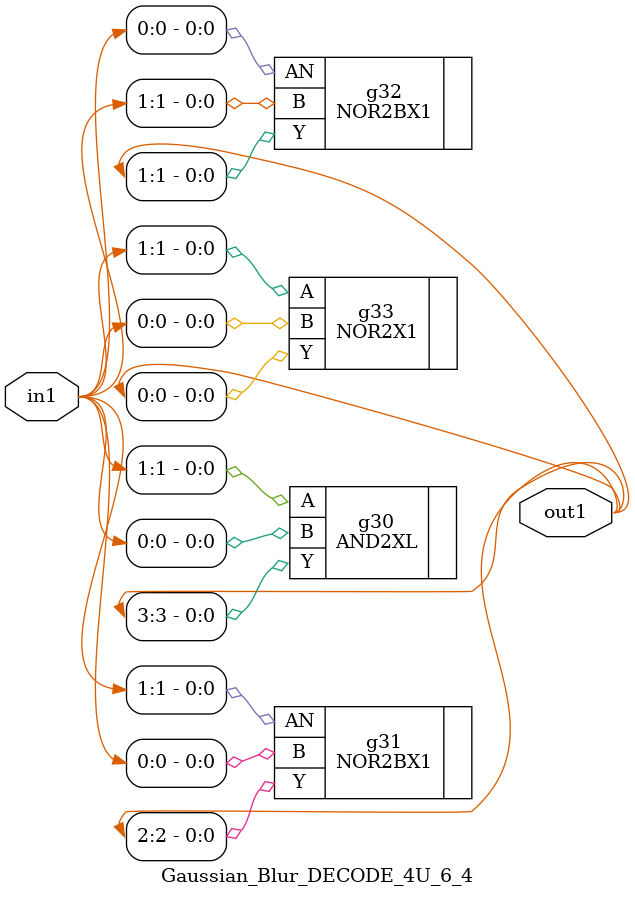
<source format=v>
`timescale 1ps / 1ps


module Gaussian_Blur_DECODE_4U_6_4(in1, out1);
  input [1:0] in1;
  output [3:0] out1;
  wire [1:0] in1;
  wire [3:0] out1;
  AND2XL g30(.A (in1[1]), .B (in1[0]), .Y (out1[3]));
  NOR2BX1 g31(.AN (in1[1]), .B (in1[0]), .Y (out1[2]));
  NOR2BX1 g32(.AN (in1[0]), .B (in1[1]), .Y (out1[1]));
  NOR2X1 g33(.A (in1[1]), .B (in1[0]), .Y (out1[0]));
endmodule



</source>
